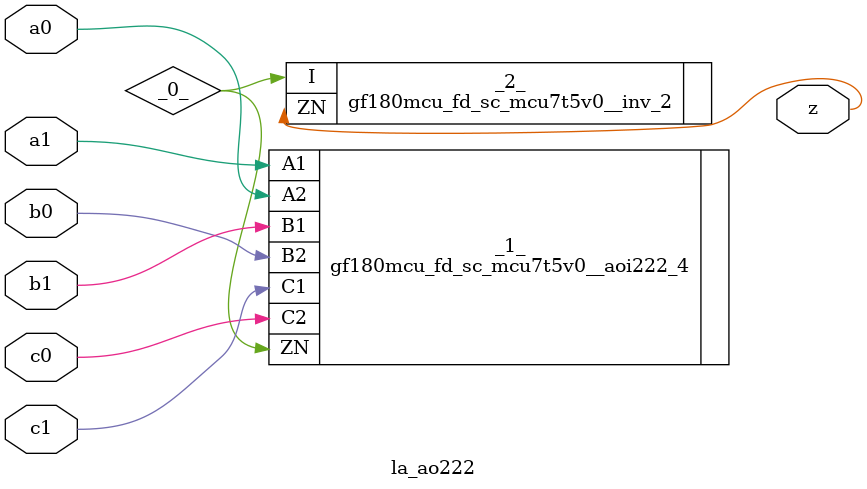
<source format=v>

/* Generated by Yosys 0.37 (git sha1 a5c7f69ed, clang 14.0.0-1ubuntu1.1 -fPIC -Os) */

module la_ao222(a0, a1, b0, b1, c0, c1, z);
  wire _0_;
  input a0;
  wire a0;
  input a1;
  wire a1;
  input b0;
  wire b0;
  input b1;
  wire b1;
  input c0;
  wire c0;
  input c1;
  wire c1;
  output z;
  wire z;
  gf180mcu_fd_sc_mcu7t5v0__aoi222_4 _1_ (
    .A1(a1),
    .A2(a0),
    .B1(b1),
    .B2(b0),
    .C1(c1),
    .C2(c0),
    .ZN(_0_)
  );
  gf180mcu_fd_sc_mcu7t5v0__inv_2 _2_ (
    .I(_0_),
    .ZN(z)
  );
endmodule

</source>
